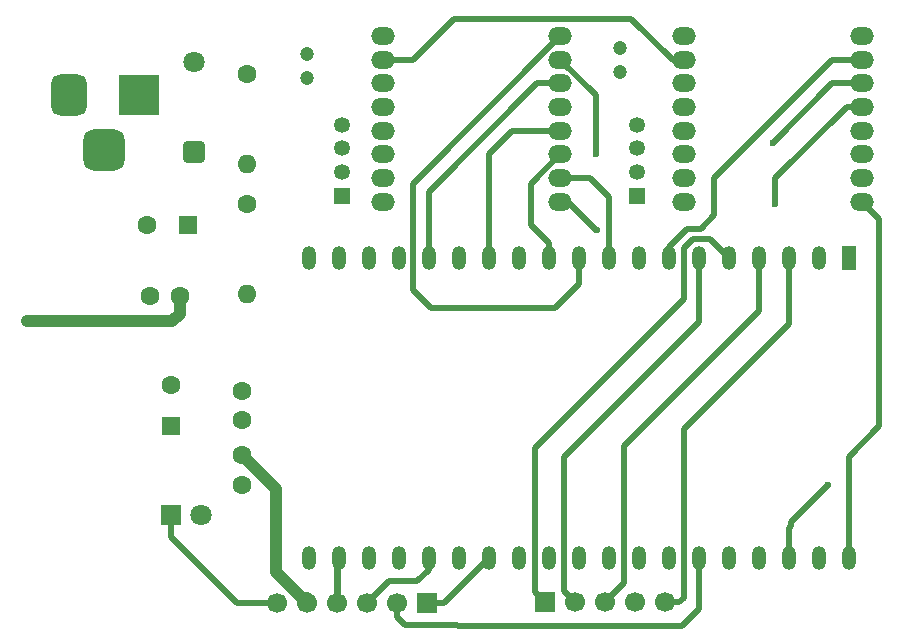
<source format=gbr>
%TF.GenerationSoftware,KiCad,Pcbnew,9.0.2*%
%TF.CreationDate,2025-05-20T20:50:18+05:30*%
%TF.ProjectId,esp32 master,65737033-3220-46d6-9173-7465722e6b69,rev?*%
%TF.SameCoordinates,Original*%
%TF.FileFunction,Copper,L2,Bot*%
%TF.FilePolarity,Positive*%
%FSLAX46Y46*%
G04 Gerber Fmt 4.6, Leading zero omitted, Abs format (unit mm)*
G04 Created by KiCad (PCBNEW 9.0.2) date 2025-05-20 20:50:18*
%MOMM*%
%LPD*%
G01*
G04 APERTURE LIST*
G04 Aperture macros list*
%AMRoundRect*
0 Rectangle with rounded corners*
0 $1 Rounding radius*
0 $2 $3 $4 $5 $6 $7 $8 $9 X,Y pos of 4 corners*
0 Add a 4 corners polygon primitive as box body*
4,1,4,$2,$3,$4,$5,$6,$7,$8,$9,$2,$3,0*
0 Add four circle primitives for the rounded corners*
1,1,$1+$1,$2,$3*
1,1,$1+$1,$4,$5*
1,1,$1+$1,$6,$7*
1,1,$1+$1,$8,$9*
0 Add four rect primitives between the rounded corners*
20,1,$1+$1,$2,$3,$4,$5,0*
20,1,$1+$1,$4,$5,$6,$7,0*
20,1,$1+$1,$6,$7,$8,$9,0*
20,1,$1+$1,$8,$9,$2,$3,0*%
G04 Aperture macros list end*
%TA.AperFunction,ComponentPad*%
%ADD10C,1.600000*%
%TD*%
%TA.AperFunction,ComponentPad*%
%ADD11R,1.700000X1.700000*%
%TD*%
%TA.AperFunction,ComponentPad*%
%ADD12C,1.700000*%
%TD*%
%TA.AperFunction,ComponentPad*%
%ADD13R,1.350000X1.350000*%
%TD*%
%TA.AperFunction,ComponentPad*%
%ADD14C,1.350000*%
%TD*%
%TA.AperFunction,ComponentPad*%
%ADD15C,1.200000*%
%TD*%
%TA.AperFunction,ComponentPad*%
%ADD16R,1.800000X1.800000*%
%TD*%
%TA.AperFunction,ComponentPad*%
%ADD17C,1.800000*%
%TD*%
%TA.AperFunction,ComponentPad*%
%ADD18R,3.500000X3.500000*%
%TD*%
%TA.AperFunction,ComponentPad*%
%ADD19RoundRect,0.750000X-0.750000X-1.000000X0.750000X-1.000000X0.750000X1.000000X-0.750000X1.000000X0*%
%TD*%
%TA.AperFunction,ComponentPad*%
%ADD20RoundRect,0.875000X-0.875000X-0.875000X0.875000X-0.875000X0.875000X0.875000X-0.875000X0.875000X0*%
%TD*%
%TA.AperFunction,ComponentPad*%
%ADD21RoundRect,0.250000X0.650000X-0.650000X0.650000X0.650000X-0.650000X0.650000X-0.650000X-0.650000X0*%
%TD*%
%TA.AperFunction,ComponentPad*%
%ADD22R,1.600000X1.600000*%
%TD*%
%TA.AperFunction,ComponentPad*%
%ADD23O,1.600000X1.600000*%
%TD*%
%TA.AperFunction,ComponentPad*%
%ADD24O,2.000000X1.500000*%
%TD*%
%TA.AperFunction,ComponentPad*%
%ADD25R,1.200000X2.000000*%
%TD*%
%TA.AperFunction,ComponentPad*%
%ADD26O,1.200000X2.000000*%
%TD*%
%TA.AperFunction,ViaPad*%
%ADD27C,0.600000*%
%TD*%
%TA.AperFunction,Conductor*%
%ADD28C,0.500000*%
%TD*%
%TA.AperFunction,Conductor*%
%ADD29C,0.600000*%
%TD*%
%TA.AperFunction,Conductor*%
%ADD30C,1.000000*%
%TD*%
G04 APERTURE END LIST*
D10*
%TO.P,C6,1*%
%TO.N,5V*%
X93000000Y-97000000D03*
%TO.P,C6,2*%
%TO.N,GND*%
X93000000Y-94500000D03*
%TD*%
D11*
%TO.P,J2,1,Pin_1*%
%TO.N,/TRIG2*%
X108710000Y-112490000D03*
D12*
%TO.P,J2,2,Pin_2*%
%TO.N,/ECHO2*%
X106170000Y-112490000D03*
%TO.P,J2,3,Pin_3*%
%TO.N,/Servo1*%
X103630000Y-112490000D03*
%TO.P,J2,4,Pin_4*%
%TO.N,/Servo2*%
X101090000Y-112490000D03*
%TO.P,J2,5,Pin_5*%
%TO.N,5V*%
X98550000Y-112490000D03*
%TO.P,J2,6,Pin_6*%
%TO.N,GND*%
X96010000Y-112490000D03*
%TD*%
D13*
%TO.P,J5,1,Pin_1*%
%TO.N,Net-(Driver1-B01)*%
X101500000Y-78000000D03*
D14*
%TO.P,J5,2,Pin_2*%
%TO.N,Net-(Driver1-B02)*%
X101500000Y-76000000D03*
%TO.P,J5,3,Pin_3*%
%TO.N,Net-(Driver1-A02)*%
X101500000Y-74000000D03*
%TO.P,J5,4,Pin_4*%
%TO.N,Net-(Driver1-A01)*%
X101500000Y-72000000D03*
%TD*%
D11*
%TO.P,J3,1,Pin_1*%
%TO.N,/IR1*%
X118670000Y-112390000D03*
D12*
%TO.P,J3,2,Pin_2*%
%TO.N,/IR2*%
X121210000Y-112390000D03*
%TO.P,J3,3,Pin_3*%
%TO.N,/IR3*%
X123750000Y-112390000D03*
%TO.P,J3,4,Pin_4*%
%TO.N,/TRIG1*%
X126290000Y-112390000D03*
%TO.P,J3,5,Pin_5*%
%TO.N,/ECHO1*%
X128830000Y-112390000D03*
%TD*%
D10*
%TO.P,R3,1*%
%TO.N,5V*%
X93000000Y-99960000D03*
%TO.P,R3,2*%
%TO.N,Net-(D3-A)*%
X93000000Y-102500000D03*
%TD*%
D15*
%TO.P,C2,1*%
%TO.N,Net-(Driver1-VM)*%
X98500000Y-66000000D03*
%TO.P,C2,2*%
%TO.N,GND*%
X98500000Y-68000000D03*
%TD*%
D16*
%TO.P,D3,1,K*%
%TO.N,GND*%
X87000000Y-105000000D03*
D17*
%TO.P,D3,2,A*%
%TO.N,Net-(D3-A)*%
X89540000Y-105000000D03*
%TD*%
D15*
%TO.P,C4,1*%
%TO.N,Net-(Driver1-VM)*%
X125000000Y-65500000D03*
%TO.P,C4,2*%
%TO.N,GND*%
X125000000Y-67500000D03*
%TD*%
D18*
%TO.P,J1,1,PWR*%
%TO.N,Net-(D1-A)*%
X84350000Y-69460000D03*
D19*
%TO.P,J1,2,GND*%
%TO.N,GND*%
X78350000Y-69460000D03*
D20*
%TO.P,J1,3,GNDBREAK*%
X81350000Y-74160000D03*
%TD*%
D21*
%TO.P,D1,1,K*%
%TO.N,/VM*%
X89000000Y-74310000D03*
D17*
%TO.P,D1,2,A*%
%TO.N,Net-(D1-A)*%
X89000000Y-66690000D03*
%TD*%
D13*
%TO.P,J6,1,Pin_1*%
%TO.N,Net-(Driver2-B01)*%
X126500000Y-78000000D03*
D14*
%TO.P,J6,2,Pin_2*%
%TO.N,Net-(Driver2-B02)*%
X126500000Y-76000000D03*
%TO.P,J6,3,Pin_3*%
%TO.N,Net-(Driver2-A02)*%
X126500000Y-74000000D03*
%TO.P,J6,4,Pin_4*%
%TO.N,Net-(Driver2-A01)*%
X126500000Y-72000000D03*
%TD*%
D10*
%TO.P,C3,1*%
%TO.N,/VM*%
X87750000Y-86500000D03*
%TO.P,C3,2*%
%TO.N,GND*%
X85250000Y-86500000D03*
%TD*%
D22*
%TO.P,C5,1*%
%TO.N,5V*%
X87000000Y-97500000D03*
D10*
%TO.P,C5,2*%
%TO.N,GND*%
X87000000Y-94000000D03*
%TD*%
%TO.P,R1,1*%
%TO.N,/VM*%
X93500000Y-67690000D03*
D23*
%TO.P,R1,2*%
%TO.N,Net-(JP1-A)*%
X93500000Y-75310000D03*
%TD*%
D24*
%TO.P,Driver1,1,VM*%
%TO.N,Net-(Driver1-VM)*%
X105000000Y-64500000D03*
%TO.P,Driver1,2,VCC*%
%TO.N,/3v3*%
X105000000Y-66500000D03*
%TO.P,Driver1,3,GND*%
%TO.N,GND*%
X105000000Y-68500000D03*
%TO.P,Driver1,4,A01*%
%TO.N,Net-(Driver1-A01)*%
X105000000Y-70500000D03*
%TO.P,Driver1,5,A02*%
%TO.N,Net-(Driver1-A02)*%
X105000000Y-72500000D03*
%TO.P,Driver1,6,B02*%
%TO.N,Net-(Driver1-B02)*%
X105000000Y-74500000D03*
%TO.P,Driver1,7,B01*%
%TO.N,Net-(Driver1-B01)*%
X105000000Y-76500000D03*
%TO.P,Driver1,8,GND*%
%TO.N,GND*%
X105000000Y-78500000D03*
%TO.P,Driver1,9,PWMA*%
%TO.N,/PWMA*%
X120000000Y-64500000D03*
%TO.P,Driver1,10,AIN2*%
%TO.N,/AIN2*%
X120000000Y-66500000D03*
%TO.P,Driver1,11,AIN1*%
%TO.N,/AIN1*%
X120000000Y-68500000D03*
%TO.P,Driver1,12,STBY*%
%TO.N,/STBY*%
X120000000Y-70500000D03*
%TO.P,Driver1,13,BIN1*%
%TO.N,/BIN1*%
X120000000Y-72500000D03*
%TO.P,Driver1,14,BIN2*%
%TO.N,/BIN2*%
X120000000Y-74500000D03*
%TO.P,Driver1,15,PWMB*%
%TO.N,/PWMB*%
X120000000Y-76500000D03*
%TO.P,Driver1,16,GND*%
%TO.N,GND*%
X120000000Y-78500000D03*
%TD*%
D22*
%TO.P,C1,1*%
%TO.N,/VM*%
X88500000Y-80500000D03*
D10*
%TO.P,C1,2*%
%TO.N,GND*%
X85000000Y-80500000D03*
%TD*%
D24*
%TO.P,Driver2,1,VM*%
%TO.N,Net-(Driver1-VM)*%
X130500000Y-64500000D03*
%TO.P,Driver2,2,VCC*%
%TO.N,/3v3*%
X130500000Y-66500000D03*
%TO.P,Driver2,3,GND*%
%TO.N,GND*%
X130500000Y-68500000D03*
%TO.P,Driver2,4,A01*%
%TO.N,Net-(Driver2-A01)*%
X130500000Y-70500000D03*
%TO.P,Driver2,5,A02*%
%TO.N,Net-(Driver2-A02)*%
X130500000Y-72500000D03*
%TO.P,Driver2,6,B02*%
%TO.N,Net-(Driver2-B02)*%
X130500000Y-74500000D03*
%TO.P,Driver2,7,B01*%
%TO.N,Net-(Driver2-B01)*%
X130500000Y-76500000D03*
%TO.P,Driver2,8,GND*%
%TO.N,GND*%
X130500000Y-78500000D03*
%TO.P,Driver2,9,PWMA*%
%TO.N,/PWMA2*%
X145500000Y-64500000D03*
%TO.P,Driver2,10,AIN2*%
%TO.N,/AIN22*%
X145500000Y-66500000D03*
%TO.P,Driver2,11,AIN1*%
%TO.N,/AIN12*%
X145500000Y-68500000D03*
%TO.P,Driver2,12,STBY*%
%TO.N,/STBY*%
X145500000Y-70500000D03*
%TO.P,Driver2,13,BIN1*%
%TO.N,/BIN12*%
X145500000Y-72500000D03*
%TO.P,Driver2,14,BIN2*%
%TO.N,/BIN22*%
X145500000Y-74500000D03*
%TO.P,Driver2,15,PWMB*%
%TO.N,/PWMB2*%
X145500000Y-76500000D03*
%TO.P,Driver2,16,GND*%
%TO.N,GND*%
X145500000Y-78500000D03*
%TD*%
D25*
%TO.P,U2,1,3V3*%
%TO.N,/3v3*%
X144403440Y-83300000D03*
D26*
%TO.P,U2,2,CHIP_PU*%
%TO.N,unconnected-(U2-CHIP_PU-Pad2)*%
X141863440Y-83300000D03*
%TO.P,U2,3,SENSOR_VP/GPIO36/ADC1_CH0*%
%TO.N,/ECHO1*%
X139323440Y-83300000D03*
%TO.P,U2,4,SENSOR_VN/GPIO39/ADC1_CH3*%
%TO.N,/IR3*%
X136783440Y-83300000D03*
%TO.P,U2,5,VDET_1/GPIO34/ADC1_CH6*%
%TO.N,/IR1*%
X134243440Y-83300000D03*
%TO.P,U2,6,VDET_2/GPIO35/ADC1_CH7*%
%TO.N,/IR2*%
X131703440Y-83300000D03*
%TO.P,U2,7,32K_XP/GPIO32/ADC1_CH4*%
%TO.N,/AIN22*%
X129163440Y-83300000D03*
%TO.P,U2,8,32K_XN/GPIO33/ADC1_CH5*%
%TO.N,/AIN12*%
X126623440Y-83300000D03*
%TO.P,U2,9,DAC_1/ADC2_CH8/GPIO25*%
%TO.N,/PWMB*%
X124083440Y-83300000D03*
%TO.P,U2,10,DAC_2/ADC2_CH9/GPIO26*%
%TO.N,/PWMA*%
X121543440Y-83300000D03*
%TO.P,U2,11,ADC2_CH7/GPIO27*%
%TO.N,/BIN2*%
X119003440Y-83300000D03*
%TO.P,U2,12,MTMS/GPIO14/ADC2_CH6*%
%TO.N,/AIN2*%
X116463440Y-83300000D03*
%TO.P,U2,13,MTDI/GPIO12/ADC2_CH5*%
%TO.N,/BIN1*%
X113923440Y-83300000D03*
%TO.P,U2,14,GND*%
%TO.N,GND*%
X111383440Y-83300000D03*
%TO.P,U2,15,MTCK/GPIO13/ADC2_CH4*%
%TO.N,/AIN1*%
X108843440Y-83300000D03*
%TO.P,U2,16,SD_DATA2/GPIO9*%
%TO.N,unconnected-(U2-SD_DATA2{slash}GPIO9-Pad16)*%
X106303440Y-83300000D03*
%TO.P,U2,17,SD_DATA3/GPIO10*%
%TO.N,unconnected-(U2-SD_DATA3{slash}GPIO10-Pad17)*%
X103763440Y-83300000D03*
%TO.P,U2,18,CMD*%
%TO.N,unconnected-(U2-CMD-Pad18)*%
X101223440Y-83300000D03*
%TO.P,U2,19,5V*%
%TO.N,5V*%
X98683440Y-83300000D03*
%TO.P,U2,20,SD_CLK/GPIO6*%
%TO.N,unconnected-(U2-SD_CLK{slash}GPIO6-Pad20)*%
X98686160Y-108696320D03*
%TO.P,U2,21,SD_DATA0/GPIO7*%
%TO.N,/Servo2*%
X101226160Y-108696320D03*
%TO.P,U2,22,SD_DATA1/GPIO8*%
%TO.N,unconnected-(U2-SD_DATA1{slash}GPIO8-Pad22)*%
X103763440Y-108700000D03*
%TO.P,U2,23,MTDO/GPIO15/ADC2_CH3*%
%TO.N,/STBY*%
X106303440Y-108700000D03*
%TO.P,U2,24,ADC2_CH2/GPIO2*%
%TO.N,/Servo1*%
X108843440Y-108700000D03*
%TO.P,U2,25,GPIO0/BOOT/ADC2_CH1*%
%TO.N,unconnected-(U2-GPIO0{slash}BOOT{slash}ADC2_CH1-Pad25)*%
X111383440Y-108700000D03*
%TO.P,U2,26,ADC2_CH0/GPIO4*%
%TO.N,/TRIG2*%
X113923440Y-108700000D03*
%TO.P,U2,27,GPIO16*%
%TO.N,unconnected-(U2-GPIO16-Pad27)*%
X116463440Y-108700000D03*
%TO.P,U2,28,GPIO17*%
%TO.N,unconnected-(U2-GPIO17-Pad28)*%
X119003440Y-108700000D03*
%TO.P,U2,29,GPIO5*%
%TO.N,/TRIG1*%
X121543440Y-108700000D03*
%TO.P,U2,30,GPIO18*%
%TO.N,/BIN22*%
X124083440Y-108700000D03*
%TO.P,U2,31,GPIO19*%
%TO.N,/BIN12*%
X126623440Y-108700000D03*
%TO.P,U2,32,GND*%
%TO.N,GND*%
X129163440Y-108700000D03*
%TO.P,U2,33,GPIO21*%
%TO.N,/ECHO2*%
X131703440Y-108700000D03*
%TO.P,U2,34,U0RXD/GPIO3*%
%TO.N,unconnected-(U2-U0RXD{slash}GPIO3-Pad34)*%
X134243440Y-108700000D03*
%TO.P,U2,35,U0TXD/GPIO1*%
%TO.N,unconnected-(U2-U0TXD{slash}GPIO1-Pad35)*%
X136783440Y-108700000D03*
%TO.P,U2,36,GPIO22*%
%TO.N,/PWMB2*%
X139323440Y-108700000D03*
%TO.P,U2,37,GPIO23*%
%TO.N,/PWMA2*%
X141863440Y-108700000D03*
%TO.P,U2,38,GND*%
%TO.N,GND*%
X144403440Y-108700000D03*
%TD*%
D10*
%TO.P,R2,1*%
%TO.N,Net-(JP1-A)*%
X93500000Y-78690000D03*
D23*
%TO.P,R2,2*%
%TO.N,GND*%
X93500000Y-86310000D03*
%TD*%
D27*
%TO.N,GND*%
X123080000Y-80920000D03*
%TO.N,/VM*%
X74870000Y-88590000D03*
%TO.N,/AIN2*%
X123000000Y-74500000D03*
%TO.N,/STBY*%
X138200000Y-78740000D03*
%TO.N,/AIN12*%
X138000000Y-73500000D03*
%TO.N,/PWMB2*%
X142647615Y-102500000D03*
%TD*%
D28*
%TO.N,/AIN22*%
X133000000Y-76500000D02*
X143000000Y-66500000D01*
X133000000Y-79650000D02*
X133000000Y-76500000D01*
X143000000Y-66500000D02*
X145500000Y-66500000D01*
X129163440Y-82336560D02*
X130720000Y-80780000D01*
X131870000Y-80780000D02*
X133000000Y-79650000D01*
X129163440Y-83300000D02*
X129163440Y-82336560D01*
X130720000Y-80780000D02*
X131870000Y-80780000D01*
D29*
%TO.N,GND*%
X120620000Y-78500000D02*
X122840000Y-80720000D01*
D28*
X147000000Y-97500000D02*
X144403440Y-100096560D01*
X92630000Y-112500000D02*
X96000000Y-112500000D01*
D29*
X120000000Y-78500000D02*
X120620000Y-78500000D01*
D28*
X87000000Y-105000000D02*
X87000000Y-106870000D01*
X147000000Y-80000000D02*
X147000000Y-97500000D01*
X87000000Y-106870000D02*
X92630000Y-112500000D01*
X144403440Y-100096560D02*
X144403440Y-108700000D01*
X96000000Y-112500000D02*
X96010000Y-112490000D01*
X145500000Y-78500000D02*
X147000000Y-80000000D01*
D30*
%TO.N,5V*%
X95910000Y-102870000D02*
X95910000Y-109850000D01*
X98550000Y-112050000D02*
X98550000Y-112490000D01*
X95910000Y-109850000D02*
X98550000Y-112490000D01*
X93000000Y-99960000D02*
X95910000Y-102870000D01*
D28*
%TO.N,/3v3*%
X107500000Y-66500000D02*
X105000000Y-66500000D01*
X111000000Y-63000000D02*
X107500000Y-66500000D01*
X126000000Y-63000000D02*
X111000000Y-63000000D01*
X129500000Y-66500000D02*
X126000000Y-63000000D01*
X130500000Y-66500000D02*
X129500000Y-66500000D01*
D30*
%TO.N,/VM*%
X74870000Y-88590000D02*
X74890000Y-88610000D01*
X74890000Y-88610000D02*
X87130000Y-88610000D01*
X87750000Y-87990000D02*
X87750000Y-86500000D01*
X87130000Y-88610000D02*
X87750000Y-87990000D01*
D28*
%TO.N,/BIN1*%
X113923440Y-74466560D02*
X113923440Y-83300000D01*
X115890000Y-72500000D02*
X113923440Y-74466560D01*
X120000000Y-72500000D02*
X115890000Y-72500000D01*
%TO.N,/BIN2*%
X117500000Y-77000000D02*
X117500000Y-80500000D01*
X120000000Y-74500000D02*
X117500000Y-77000000D01*
X119003440Y-82003440D02*
X119003440Y-83300000D01*
X117500000Y-80500000D02*
X119003440Y-82003440D01*
%TO.N,/PWMA*%
X120000000Y-64500000D02*
X107500000Y-77000000D01*
X107500000Y-86000000D02*
X109000000Y-87500000D01*
X121543440Y-85456560D02*
X121543440Y-83300000D01*
X119500000Y-87500000D02*
X121543440Y-85456560D01*
X109000000Y-87500000D02*
X119500000Y-87500000D01*
X107500000Y-77000000D02*
X107500000Y-86000000D01*
%TO.N,/AIN2*%
X120000000Y-66500000D02*
X123000000Y-69500000D01*
X123000000Y-69500000D02*
X123000000Y-74500000D01*
%TO.N,/AIN1*%
X108843440Y-77656560D02*
X108843440Y-83300000D01*
X118000000Y-68500000D02*
X108843440Y-77656560D01*
X120000000Y-68500000D02*
X118000000Y-68500000D01*
%TO.N,/PWMB*%
X124083440Y-83300000D02*
X124083440Y-78083440D01*
X124083440Y-78083440D02*
X122500000Y-76500000D01*
X122500000Y-76500000D02*
X120000000Y-76500000D01*
%TO.N,/STBY*%
X138200000Y-76530000D02*
X144230000Y-70500000D01*
X138200000Y-78740000D02*
X138200000Y-76530000D01*
X144230000Y-70500000D02*
X145500000Y-70500000D01*
%TO.N,/AIN12*%
X138000000Y-73500000D02*
X143000000Y-68500000D01*
X143000000Y-68500000D02*
X145500000Y-68500000D01*
%TO.N,/PWMB2*%
X139500000Y-106000000D02*
X139323440Y-106176560D01*
X139323440Y-106176560D02*
X139323440Y-108700000D01*
X142647615Y-102500000D02*
X139500000Y-105647615D01*
X139500000Y-105647615D02*
X139500000Y-106000000D01*
%TO.N,/IR1*%
X117810000Y-111530000D02*
X117810000Y-99380000D01*
X118670000Y-112390000D02*
X117810000Y-111530000D01*
X132644440Y-81701000D02*
X134243440Y-83300000D01*
X130470000Y-86720000D02*
X130470000Y-82450000D01*
X131219000Y-81701000D02*
X132644440Y-81701000D01*
X130470000Y-82450000D02*
X131219000Y-81701000D01*
X117810000Y-99380000D02*
X130470000Y-86720000D01*
%TO.N,/IR2*%
X120270000Y-100120000D02*
X131703440Y-88686560D01*
X121210000Y-112390000D02*
X120270000Y-111450000D01*
X131703440Y-88686560D02*
X131703440Y-83300000D01*
X120270000Y-111450000D02*
X120270000Y-100120000D01*
%TO.N,/ECHO1*%
X139323440Y-88846560D02*
X130420000Y-97750000D01*
X130070000Y-112390000D02*
X128830000Y-112390000D01*
X130420000Y-112040000D02*
X130070000Y-112390000D01*
X130420000Y-97750000D02*
X130420000Y-112040000D01*
X139323440Y-83300000D02*
X139323440Y-88846560D01*
%TO.N,/IR3*%
X123750000Y-112390000D02*
X125370000Y-110770000D01*
X136830000Y-87760000D02*
X136783440Y-87713440D01*
X125370000Y-99220000D02*
X136830000Y-87760000D01*
X136783440Y-87713440D02*
X136783440Y-83300000D01*
X125370000Y-110770000D02*
X125370000Y-99220000D01*
%TO.N,/ECHO2*%
X106170000Y-113710000D02*
X106800000Y-114340000D01*
X130271000Y-114409000D02*
X131703440Y-112976560D01*
X131703440Y-112976560D02*
X131703440Y-108700000D01*
X111220000Y-114340000D02*
X111289000Y-114409000D01*
X106800000Y-114340000D02*
X111220000Y-114340000D01*
X111289000Y-114409000D02*
X130271000Y-114409000D01*
X106170000Y-112490000D02*
X106170000Y-113710000D01*
D29*
%TO.N,/Servo2*%
X101090000Y-108832480D02*
X101226160Y-108696320D01*
D28*
X101226160Y-112273840D02*
X101000000Y-112500000D01*
D29*
X101090000Y-112490000D02*
X101090000Y-108832480D01*
D28*
%TO.N,/TRIG2*%
X110113440Y-112490000D02*
X108710000Y-112490000D01*
X110123440Y-112500000D02*
X113923440Y-108700000D01*
X110123440Y-112500000D02*
X110113440Y-112490000D01*
%TO.N,/Servo1*%
X108843440Y-109656560D02*
X107860000Y-110640000D01*
X108843440Y-108700000D02*
X108843440Y-109656560D01*
X107860000Y-110640000D02*
X105480000Y-110640000D01*
X105480000Y-110640000D02*
X103630000Y-112490000D01*
%TD*%
M02*

</source>
